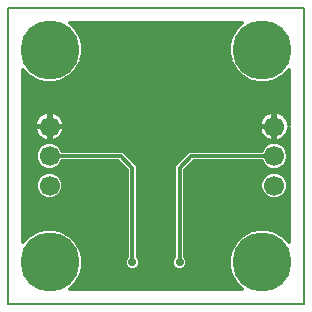
<source format=gbl>
G75*
%MOIN*%
%OFA0B0*%
%FSLAX25Y25*%
%IPPOS*%
%LPD*%
%AMOC8*
5,1,8,0,0,1.08239X$1,22.5*
%
%ADD10C,0.00600*%
%ADD11C,0.06693*%
%ADD12C,0.02781*%
%ADD13C,0.01200*%
%ADD14C,0.19685*%
D10*
X0019207Y0001600D02*
X0019207Y0100025D01*
X0117633Y0100025D01*
X0117633Y0001600D01*
X0019207Y0001600D01*
D11*
X0032987Y0040970D03*
X0032987Y0050813D03*
X0032987Y0060655D03*
X0107790Y0060655D03*
X0107790Y0050813D03*
X0107790Y0040970D03*
D12*
X0076294Y0015380D03*
X0060546Y0015380D03*
D13*
X0060546Y0046876D01*
X0056609Y0050813D01*
X0032987Y0050813D01*
X0037162Y0052613D02*
X0036841Y0053388D01*
X0035562Y0054667D01*
X0033891Y0055359D01*
X0032083Y0055359D01*
X0030412Y0054667D01*
X0029133Y0053388D01*
X0028440Y0051717D01*
X0028440Y0049908D01*
X0029133Y0048237D01*
X0030412Y0046958D01*
X0032083Y0046266D01*
X0033891Y0046266D01*
X0035562Y0046958D01*
X0036841Y0048237D01*
X0037162Y0049013D01*
X0055863Y0049013D01*
X0058746Y0046130D01*
X0058746Y0017243D01*
X0058350Y0016847D01*
X0057955Y0015895D01*
X0057955Y0014864D01*
X0058350Y0013912D01*
X0059078Y0013183D01*
X0060031Y0012789D01*
X0061061Y0012789D01*
X0062013Y0013183D01*
X0062742Y0013912D01*
X0063136Y0014864D01*
X0063136Y0015895D01*
X0062742Y0016847D01*
X0062346Y0017243D01*
X0062346Y0047621D01*
X0058409Y0051558D01*
X0057355Y0052613D01*
X0037162Y0052613D01*
X0036946Y0053136D02*
X0103831Y0053136D01*
X0103936Y0053388D02*
X0103615Y0052613D01*
X0079485Y0052613D01*
X0078431Y0051558D01*
X0074494Y0047621D01*
X0074494Y0017243D01*
X0074098Y0016847D01*
X0073703Y0015895D01*
X0073703Y0014864D01*
X0074098Y0013912D01*
X0074827Y0013183D01*
X0075779Y0012789D01*
X0076809Y0012789D01*
X0077761Y0013183D01*
X0078490Y0013912D01*
X0078884Y0014864D01*
X0078884Y0015895D01*
X0078490Y0016847D01*
X0078094Y0017243D01*
X0078094Y0046130D01*
X0080977Y0049013D01*
X0103615Y0049013D01*
X0103936Y0048237D01*
X0105215Y0046958D01*
X0106886Y0046266D01*
X0108694Y0046266D01*
X0110365Y0046958D01*
X0111644Y0048237D01*
X0112336Y0049908D01*
X0112336Y0051717D01*
X0111644Y0053388D01*
X0110365Y0054667D01*
X0108694Y0055359D01*
X0106886Y0055359D01*
X0105215Y0054667D01*
X0103936Y0053388D01*
X0104882Y0054334D02*
X0035895Y0054334D01*
X0034886Y0056071D02*
X0034145Y0055830D01*
X0033376Y0055709D01*
X0033273Y0055709D01*
X0033273Y0060369D01*
X0033273Y0060941D01*
X0037933Y0060941D01*
X0037933Y0061044D01*
X0037812Y0061813D01*
X0037571Y0062554D01*
X0037217Y0063248D01*
X0036760Y0063878D01*
X0036209Y0064428D01*
X0035579Y0064886D01*
X0034886Y0065239D01*
X0034145Y0065480D01*
X0033376Y0065602D01*
X0033273Y0065602D01*
X0033273Y0060941D01*
X0032701Y0060941D01*
X0032701Y0065602D01*
X0032598Y0065602D01*
X0031829Y0065480D01*
X0031088Y0065239D01*
X0030394Y0064886D01*
X0029764Y0064428D01*
X0029214Y0063878D01*
X0028756Y0063248D01*
X0028403Y0062554D01*
X0028162Y0061813D01*
X0028040Y0061044D01*
X0028040Y0060941D01*
X0032701Y0060941D01*
X0032701Y0060369D01*
X0033273Y0060369D01*
X0037933Y0060369D01*
X0037933Y0060266D01*
X0037812Y0059497D01*
X0037571Y0058756D01*
X0037217Y0058063D01*
X0036760Y0057433D01*
X0036209Y0056882D01*
X0035579Y0056425D01*
X0034886Y0056071D01*
X0036002Y0056732D02*
X0104775Y0056732D01*
X0104568Y0056882D02*
X0105198Y0056425D01*
X0105891Y0056071D01*
X0106632Y0055830D01*
X0107401Y0055709D01*
X0107504Y0055709D01*
X0107504Y0060369D01*
X0108076Y0060369D01*
X0108076Y0055709D01*
X0108179Y0055709D01*
X0108948Y0055830D01*
X0109689Y0056071D01*
X0110383Y0056425D01*
X0111012Y0056882D01*
X0111563Y0057433D01*
X0112021Y0058063D01*
X0112374Y0058756D01*
X0112615Y0059497D01*
X0112733Y0060241D01*
X0112733Y0022085D01*
X0112689Y0022160D01*
X0110633Y0024216D01*
X0108115Y0025670D01*
X0105307Y0026422D01*
X0102399Y0026422D01*
X0099591Y0025670D01*
X0097073Y0024216D01*
X0095017Y0022160D01*
X0093563Y0019642D01*
X0092810Y0016833D01*
X0092810Y0013926D01*
X0093563Y0011117D01*
X0095017Y0008599D01*
X0097073Y0006543D01*
X0097148Y0006500D01*
X0039692Y0006500D01*
X0039767Y0006543D01*
X0041823Y0008599D01*
X0043277Y0011117D01*
X0044029Y0013926D01*
X0044029Y0016833D01*
X0043277Y0019642D01*
X0041823Y0022160D01*
X0039767Y0024216D01*
X0037249Y0025670D01*
X0034441Y0026422D01*
X0031533Y0026422D01*
X0028725Y0025670D01*
X0026207Y0024216D01*
X0024151Y0022160D01*
X0024107Y0022085D01*
X0024107Y0079540D01*
X0024151Y0079465D01*
X0026207Y0077409D01*
X0028725Y0075956D01*
X0031533Y0075203D01*
X0034441Y0075203D01*
X0037249Y0075956D01*
X0039767Y0077409D01*
X0041823Y0079465D01*
X0043277Y0081983D01*
X0044029Y0084792D01*
X0044029Y0087699D01*
X0043277Y0090508D01*
X0041823Y0093026D01*
X0039767Y0095082D01*
X0039692Y0095125D01*
X0097148Y0095125D01*
X0097073Y0095082D01*
X0095017Y0093026D01*
X0093563Y0090508D01*
X0092810Y0087699D01*
X0092810Y0084792D01*
X0093563Y0081983D01*
X0095017Y0079465D01*
X0097073Y0077409D01*
X0099591Y0075956D01*
X0102399Y0075203D01*
X0105307Y0075203D01*
X0108115Y0075956D01*
X0110633Y0077409D01*
X0112689Y0079465D01*
X0112733Y0079540D01*
X0112733Y0061069D01*
X0112615Y0061813D01*
X0112374Y0062554D01*
X0112021Y0063248D01*
X0111563Y0063878D01*
X0111012Y0064428D01*
X0110383Y0064886D01*
X0109689Y0065239D01*
X0108948Y0065480D01*
X0108179Y0065602D01*
X0108076Y0065602D01*
X0108076Y0060941D01*
X0107504Y0060941D01*
X0107504Y0060369D01*
X0102844Y0060369D01*
X0102844Y0060266D01*
X0102965Y0059497D01*
X0103206Y0058756D01*
X0103559Y0058063D01*
X0104017Y0057433D01*
X0104568Y0056882D01*
X0103656Y0057930D02*
X0037121Y0057930D01*
X0037692Y0059129D02*
X0103085Y0059129D01*
X0102844Y0060327D02*
X0037933Y0060327D01*
X0037857Y0061526D02*
X0102920Y0061526D01*
X0102965Y0061813D02*
X0102844Y0061044D01*
X0102844Y0060941D01*
X0107504Y0060941D01*
X0107504Y0065602D01*
X0107401Y0065602D01*
X0106632Y0065480D01*
X0105891Y0065239D01*
X0105198Y0064886D01*
X0104568Y0064428D01*
X0104017Y0063878D01*
X0103559Y0063248D01*
X0103206Y0062554D01*
X0102965Y0061813D01*
X0103293Y0062724D02*
X0037484Y0062724D01*
X0036715Y0063923D02*
X0104062Y0063923D01*
X0105660Y0065121D02*
X0035117Y0065121D01*
X0033273Y0065121D02*
X0032701Y0065121D01*
X0032701Y0063923D02*
X0033273Y0063923D01*
X0033273Y0062724D02*
X0032701Y0062724D01*
X0032701Y0061526D02*
X0033273Y0061526D01*
X0033273Y0060327D02*
X0032701Y0060327D01*
X0032701Y0060369D02*
X0032701Y0055709D01*
X0032598Y0055709D01*
X0031829Y0055830D01*
X0031088Y0056071D01*
X0030394Y0056425D01*
X0029764Y0056882D01*
X0029214Y0057433D01*
X0028756Y0058063D01*
X0028403Y0058756D01*
X0028162Y0059497D01*
X0028040Y0060266D01*
X0028040Y0060369D01*
X0032701Y0060369D01*
X0032701Y0059129D02*
X0033273Y0059129D01*
X0033273Y0057930D02*
X0032701Y0057930D01*
X0032701Y0056732D02*
X0033273Y0056732D01*
X0030079Y0054334D02*
X0024107Y0054334D01*
X0024107Y0053136D02*
X0029028Y0053136D01*
X0028532Y0051937D02*
X0024107Y0051937D01*
X0024107Y0050739D02*
X0028440Y0050739D01*
X0028593Y0049540D02*
X0024107Y0049540D01*
X0024107Y0048342D02*
X0029089Y0048342D01*
X0030226Y0047143D02*
X0024107Y0047143D01*
X0024107Y0045945D02*
X0058746Y0045945D01*
X0058746Y0044746D02*
X0035640Y0044746D01*
X0035562Y0044824D02*
X0033891Y0045517D01*
X0032083Y0045517D01*
X0030412Y0044824D01*
X0029133Y0043545D01*
X0028440Y0041874D01*
X0028440Y0040066D01*
X0029133Y0038395D01*
X0030412Y0037116D01*
X0032083Y0036424D01*
X0033891Y0036424D01*
X0035562Y0037116D01*
X0036841Y0038395D01*
X0037533Y0040066D01*
X0037533Y0041874D01*
X0036841Y0043545D01*
X0035562Y0044824D01*
X0036839Y0043548D02*
X0058746Y0043548D01*
X0058746Y0042349D02*
X0037337Y0042349D01*
X0037533Y0041151D02*
X0058746Y0041151D01*
X0058746Y0039952D02*
X0037486Y0039952D01*
X0036990Y0038754D02*
X0058746Y0038754D01*
X0058746Y0037555D02*
X0036002Y0037555D01*
X0029972Y0037555D02*
X0024107Y0037555D01*
X0024107Y0036357D02*
X0058746Y0036357D01*
X0058746Y0035158D02*
X0024107Y0035158D01*
X0024107Y0033960D02*
X0058746Y0033960D01*
X0058746Y0032761D02*
X0024107Y0032761D01*
X0024107Y0031563D02*
X0058746Y0031563D01*
X0058746Y0030364D02*
X0024107Y0030364D01*
X0024107Y0029166D02*
X0058746Y0029166D01*
X0058746Y0027967D02*
X0024107Y0027967D01*
X0024107Y0026769D02*
X0058746Y0026769D01*
X0058746Y0025570D02*
X0037421Y0025570D01*
X0039497Y0024372D02*
X0058746Y0024372D01*
X0058746Y0023173D02*
X0040810Y0023173D01*
X0041930Y0021975D02*
X0058746Y0021975D01*
X0058746Y0020776D02*
X0042622Y0020776D01*
X0043294Y0019578D02*
X0058746Y0019578D01*
X0058746Y0018379D02*
X0043615Y0018379D01*
X0043936Y0017181D02*
X0058683Y0017181D01*
X0057992Y0015982D02*
X0044029Y0015982D01*
X0044029Y0014784D02*
X0057989Y0014784D01*
X0058677Y0013585D02*
X0043938Y0013585D01*
X0043617Y0012387D02*
X0093223Y0012387D01*
X0092902Y0013585D02*
X0078163Y0013585D01*
X0078851Y0014784D02*
X0092810Y0014784D01*
X0092810Y0015982D02*
X0078848Y0015982D01*
X0078156Y0017181D02*
X0092904Y0017181D01*
X0093225Y0018379D02*
X0078094Y0018379D01*
X0078094Y0019578D02*
X0093546Y0019578D01*
X0094218Y0020776D02*
X0078094Y0020776D01*
X0078094Y0021975D02*
X0094910Y0021975D01*
X0096030Y0023173D02*
X0078094Y0023173D01*
X0078094Y0024372D02*
X0097343Y0024372D01*
X0099419Y0025570D02*
X0078094Y0025570D01*
X0078094Y0026769D02*
X0112733Y0026769D01*
X0112733Y0027967D02*
X0078094Y0027967D01*
X0078094Y0029166D02*
X0112733Y0029166D01*
X0112733Y0030364D02*
X0078094Y0030364D01*
X0078094Y0031563D02*
X0112733Y0031563D01*
X0112733Y0032761D02*
X0078094Y0032761D01*
X0078094Y0033960D02*
X0112733Y0033960D01*
X0112733Y0035158D02*
X0078094Y0035158D01*
X0078094Y0036357D02*
X0112733Y0036357D01*
X0112733Y0037555D02*
X0110805Y0037555D01*
X0110365Y0037116D02*
X0111644Y0038395D01*
X0112336Y0040066D01*
X0112336Y0041874D01*
X0111644Y0043545D01*
X0110365Y0044824D01*
X0108694Y0045517D01*
X0106886Y0045517D01*
X0105215Y0044824D01*
X0103936Y0043545D01*
X0103244Y0041874D01*
X0103244Y0040066D01*
X0103936Y0038395D01*
X0105215Y0037116D01*
X0106886Y0036424D01*
X0108694Y0036424D01*
X0110365Y0037116D01*
X0111793Y0038754D02*
X0112733Y0038754D01*
X0112733Y0039952D02*
X0112290Y0039952D01*
X0112336Y0041151D02*
X0112733Y0041151D01*
X0112733Y0042349D02*
X0112140Y0042349D01*
X0111642Y0043548D02*
X0112733Y0043548D01*
X0112733Y0044746D02*
X0110443Y0044746D01*
X0110551Y0047143D02*
X0112733Y0047143D01*
X0112733Y0045945D02*
X0078094Y0045945D01*
X0078094Y0044746D02*
X0105137Y0044746D01*
X0103938Y0043548D02*
X0078094Y0043548D01*
X0078094Y0042349D02*
X0103440Y0042349D01*
X0103244Y0041151D02*
X0078094Y0041151D01*
X0078094Y0039952D02*
X0103291Y0039952D01*
X0103787Y0038754D02*
X0078094Y0038754D01*
X0078094Y0037555D02*
X0104775Y0037555D01*
X0105030Y0047143D02*
X0079107Y0047143D01*
X0080306Y0048342D02*
X0103892Y0048342D01*
X0107790Y0050813D02*
X0080231Y0050813D01*
X0076294Y0046876D01*
X0076294Y0015380D01*
X0074431Y0017181D02*
X0062408Y0017181D01*
X0063100Y0015982D02*
X0073740Y0015982D01*
X0073737Y0014784D02*
X0063103Y0014784D01*
X0062415Y0013585D02*
X0074425Y0013585D01*
X0074494Y0018379D02*
X0062346Y0018379D01*
X0062346Y0019578D02*
X0074494Y0019578D01*
X0074494Y0020776D02*
X0062346Y0020776D01*
X0062346Y0021975D02*
X0074494Y0021975D01*
X0074494Y0023173D02*
X0062346Y0023173D01*
X0062346Y0024372D02*
X0074494Y0024372D01*
X0074494Y0025570D02*
X0062346Y0025570D01*
X0062346Y0026769D02*
X0074494Y0026769D01*
X0074494Y0027967D02*
X0062346Y0027967D01*
X0062346Y0029166D02*
X0074494Y0029166D01*
X0074494Y0030364D02*
X0062346Y0030364D01*
X0062346Y0031563D02*
X0074494Y0031563D01*
X0074494Y0032761D02*
X0062346Y0032761D01*
X0062346Y0033960D02*
X0074494Y0033960D01*
X0074494Y0035158D02*
X0062346Y0035158D01*
X0062346Y0036357D02*
X0074494Y0036357D01*
X0074494Y0037555D02*
X0062346Y0037555D01*
X0062346Y0038754D02*
X0074494Y0038754D01*
X0074494Y0039952D02*
X0062346Y0039952D01*
X0062346Y0041151D02*
X0074494Y0041151D01*
X0074494Y0042349D02*
X0062346Y0042349D01*
X0062346Y0043548D02*
X0074494Y0043548D01*
X0074494Y0044746D02*
X0062346Y0044746D01*
X0062346Y0045945D02*
X0074494Y0045945D01*
X0074494Y0047143D02*
X0062346Y0047143D01*
X0061625Y0048342D02*
X0075215Y0048342D01*
X0076413Y0049540D02*
X0060427Y0049540D01*
X0059228Y0050739D02*
X0077612Y0050739D01*
X0078810Y0051937D02*
X0058030Y0051937D01*
X0056534Y0048342D02*
X0036885Y0048342D01*
X0035747Y0047143D02*
X0057732Y0047143D01*
X0030334Y0044746D02*
X0024107Y0044746D01*
X0024107Y0043548D02*
X0029135Y0043548D01*
X0028637Y0042349D02*
X0024107Y0042349D01*
X0024107Y0041151D02*
X0028440Y0041151D01*
X0028487Y0039952D02*
X0024107Y0039952D01*
X0024107Y0038754D02*
X0028984Y0038754D01*
X0028553Y0025570D02*
X0024107Y0025570D01*
X0024107Y0024372D02*
X0026477Y0024372D01*
X0025164Y0023173D02*
X0024107Y0023173D01*
X0041934Y0008791D02*
X0094906Y0008791D01*
X0094214Y0009990D02*
X0042626Y0009990D01*
X0043296Y0011188D02*
X0093544Y0011188D01*
X0096023Y0007593D02*
X0040816Y0007593D01*
X0024107Y0055533D02*
X0112733Y0055533D01*
X0112733Y0054334D02*
X0110698Y0054334D01*
X0111749Y0053136D02*
X0112733Y0053136D01*
X0112733Y0051937D02*
X0112245Y0051937D01*
X0112336Y0050739D02*
X0112733Y0050739D01*
X0112733Y0049540D02*
X0112184Y0049540D01*
X0111688Y0048342D02*
X0112733Y0048342D01*
X0112733Y0056732D02*
X0110805Y0056732D01*
X0111924Y0057930D02*
X0112733Y0057930D01*
X0112733Y0059129D02*
X0112495Y0059129D01*
X0112660Y0061526D02*
X0112733Y0061526D01*
X0112733Y0062724D02*
X0112287Y0062724D01*
X0112733Y0063923D02*
X0111518Y0063923D01*
X0112733Y0065121D02*
X0109921Y0065121D01*
X0108076Y0065121D02*
X0107504Y0065121D01*
X0107504Y0063923D02*
X0108076Y0063923D01*
X0108076Y0062724D02*
X0107504Y0062724D01*
X0107504Y0061526D02*
X0108076Y0061526D01*
X0108076Y0060327D02*
X0107504Y0060327D01*
X0107504Y0059129D02*
X0108076Y0059129D01*
X0108076Y0057930D02*
X0107504Y0057930D01*
X0107504Y0056732D02*
X0108076Y0056732D01*
X0112733Y0066320D02*
X0024107Y0066320D01*
X0024107Y0067518D02*
X0112733Y0067518D01*
X0112733Y0068717D02*
X0024107Y0068717D01*
X0024107Y0069915D02*
X0112733Y0069915D01*
X0112733Y0071114D02*
X0024107Y0071114D01*
X0024107Y0072312D02*
X0112733Y0072312D01*
X0112733Y0073511D02*
X0024107Y0073511D01*
X0024107Y0074709D02*
X0112733Y0074709D01*
X0112733Y0075908D02*
X0107936Y0075908D01*
X0110108Y0077106D02*
X0112733Y0077106D01*
X0112733Y0078305D02*
X0111529Y0078305D01*
X0112711Y0079503D02*
X0112733Y0079503D01*
X0099770Y0075908D02*
X0037070Y0075908D01*
X0039242Y0077106D02*
X0097598Y0077106D01*
X0096177Y0078305D02*
X0040662Y0078305D01*
X0041845Y0079503D02*
X0094995Y0079503D01*
X0094303Y0080702D02*
X0042537Y0080702D01*
X0043229Y0081900D02*
X0093611Y0081900D01*
X0093264Y0083099D02*
X0043576Y0083099D01*
X0043897Y0084297D02*
X0092943Y0084297D01*
X0092810Y0085496D02*
X0044029Y0085496D01*
X0044029Y0086694D02*
X0092810Y0086694D01*
X0092862Y0087893D02*
X0043978Y0087893D01*
X0043656Y0089091D02*
X0093183Y0089091D01*
X0093505Y0090290D02*
X0043335Y0090290D01*
X0042711Y0091488D02*
X0094129Y0091488D01*
X0094821Y0092687D02*
X0042019Y0092687D01*
X0040964Y0093885D02*
X0095876Y0093885D01*
X0097076Y0095084D02*
X0039764Y0095084D01*
X0024129Y0079503D02*
X0024107Y0079503D01*
X0024107Y0078305D02*
X0025311Y0078305D01*
X0024107Y0077106D02*
X0026732Y0077106D01*
X0028904Y0075908D02*
X0024107Y0075908D01*
X0024107Y0065121D02*
X0030856Y0065121D01*
X0029259Y0063923D02*
X0024107Y0063923D01*
X0024107Y0062724D02*
X0028490Y0062724D01*
X0028117Y0061526D02*
X0024107Y0061526D01*
X0024107Y0060327D02*
X0028040Y0060327D01*
X0028282Y0059129D02*
X0024107Y0059129D01*
X0024107Y0057930D02*
X0028853Y0057930D01*
X0029972Y0056732D02*
X0024107Y0056732D01*
X0108287Y0025570D02*
X0112733Y0025570D01*
X0112733Y0024372D02*
X0110363Y0024372D01*
X0111676Y0023173D02*
X0112733Y0023173D01*
D14*
X0103853Y0015380D03*
X0032987Y0015380D03*
X0032987Y0086246D03*
X0103853Y0086246D03*
M02*

</source>
